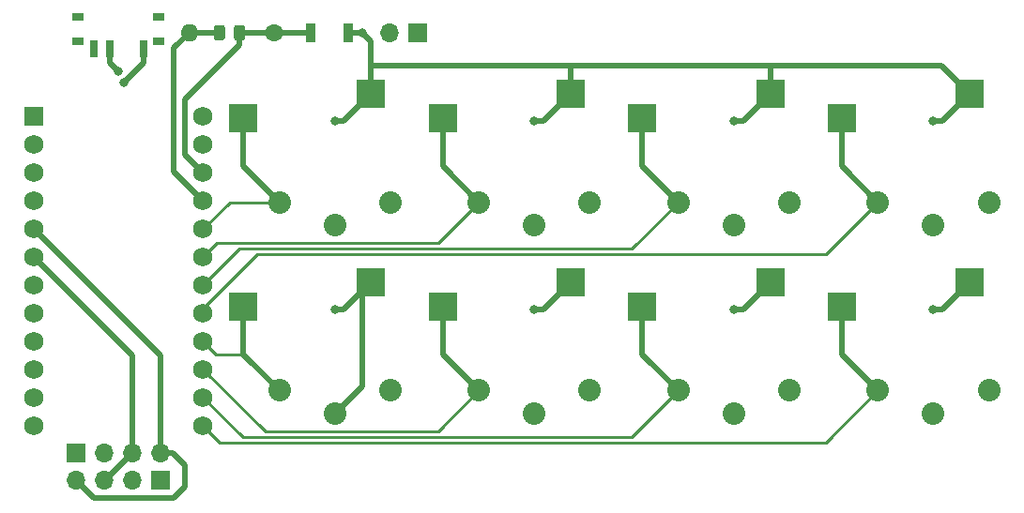
<source format=gbr>
%TF.GenerationSoftware,KiCad,Pcbnew,5.1.8*%
%TF.CreationDate,2021-02-04T11:55:25-06:00*%
%TF.ProjectId,small-paintbrush-hotswap,736d616c-6c2d-4706-9169-6e7462727573,rev?*%
%TF.SameCoordinates,Original*%
%TF.FileFunction,Copper,L1,Top*%
%TF.FilePolarity,Positive*%
%FSLAX46Y46*%
G04 Gerber Fmt 4.6, Leading zero omitted, Abs format (unit mm)*
G04 Created by KiCad (PCBNEW 5.1.8) date 2021-02-04 11:55:25*
%MOMM*%
%LPD*%
G01*
G04 APERTURE LIST*
%TA.AperFunction,SMDPad,CuDef*%
%ADD10R,2.600000X2.600000*%
%TD*%
%TA.AperFunction,ComponentPad*%
%ADD11C,2.032000*%
%TD*%
%TA.AperFunction,ComponentPad*%
%ADD12C,1.752600*%
%TD*%
%TA.AperFunction,ComponentPad*%
%ADD13R,1.752600X1.752600*%
%TD*%
%TA.AperFunction,ComponentPad*%
%ADD14O,1.700000X1.700000*%
%TD*%
%TA.AperFunction,ComponentPad*%
%ADD15R,1.700000X1.700000*%
%TD*%
%TA.AperFunction,ComponentPad*%
%ADD16O,1.600000X1.600000*%
%TD*%
%TA.AperFunction,ComponentPad*%
%ADD17C,1.600000*%
%TD*%
%TA.AperFunction,SMDPad,CuDef*%
%ADD18R,0.900000X1.700000*%
%TD*%
%TA.AperFunction,SMDPad,CuDef*%
%ADD19R,1.000000X0.800000*%
%TD*%
%TA.AperFunction,SMDPad,CuDef*%
%ADD20R,0.700000X1.500000*%
%TD*%
%TA.AperFunction,ViaPad*%
%ADD21C,0.800000*%
%TD*%
%TA.AperFunction,Conductor*%
%ADD22C,0.508000*%
%TD*%
%TA.AperFunction,Conductor*%
%ADD23C,0.254000*%
%TD*%
G04 APERTURE END LIST*
D10*
%TO.P,KEY3,1*%
%TO.N,GND*%
X136275000Y-29050000D03*
D11*
%TO.P,KEY3,2*%
%TO.N,R1C3*%
X138000000Y-38800000D03*
%TO.P,KEY3,1*%
%TO.N,GND*%
X133000000Y-40900000D03*
D10*
%TO.P,KEY3,2*%
%TO.N,R1C3*%
X124725000Y-31250000D03*
D11*
X128000000Y-38800000D03*
%TD*%
D10*
%TO.P,KEY8,1*%
%TO.N,GND*%
X154275000Y-46050000D03*
D11*
%TO.P,KEY8,2*%
%TO.N,R2C4*%
X156000000Y-55800000D03*
%TO.P,KEY8,1*%
%TO.N,GND*%
X151000000Y-57900000D03*
D10*
%TO.P,KEY8,2*%
%TO.N,R2C4*%
X142725000Y-48250000D03*
D11*
X146000000Y-55800000D03*
%TD*%
D10*
%TO.P,KEY7,1*%
%TO.N,GND*%
X136275000Y-46050000D03*
D11*
%TO.P,KEY7,2*%
%TO.N,R2C3*%
X138000000Y-55800000D03*
%TO.P,KEY7,1*%
%TO.N,GND*%
X133000000Y-57900000D03*
D10*
%TO.P,KEY7,2*%
%TO.N,R2C3*%
X124725000Y-48250000D03*
D11*
X128000000Y-55800000D03*
%TD*%
D10*
%TO.P,KEY6,1*%
%TO.N,GND*%
X118275000Y-46050000D03*
D11*
%TO.P,KEY6,2*%
%TO.N,R2C2*%
X120000000Y-55800000D03*
%TO.P,KEY6,1*%
%TO.N,GND*%
X115000000Y-57900000D03*
D10*
%TO.P,KEY6,2*%
%TO.N,R2C2*%
X106725000Y-48250000D03*
D11*
X110000000Y-55800000D03*
%TD*%
D10*
%TO.P,KEY5,1*%
%TO.N,GND*%
X100275000Y-46050000D03*
D11*
%TO.P,KEY5,2*%
%TO.N,R2C1*%
X102000000Y-55800000D03*
%TO.P,KEY5,1*%
%TO.N,GND*%
X97000000Y-57900000D03*
D10*
%TO.P,KEY5,2*%
%TO.N,R2C1*%
X88725000Y-48250000D03*
D11*
X92000000Y-55800000D03*
%TD*%
D10*
%TO.P,KEY4,1*%
%TO.N,GND*%
X154275000Y-29050000D03*
D11*
%TO.P,KEY4,2*%
%TO.N,R1C4*%
X156000000Y-38800000D03*
%TO.P,KEY4,1*%
%TO.N,GND*%
X151000000Y-40900000D03*
D10*
%TO.P,KEY4,2*%
%TO.N,R1C4*%
X142725000Y-31250000D03*
D11*
X146000000Y-38800000D03*
%TD*%
D10*
%TO.P,KEY2,1*%
%TO.N,GND*%
X118275000Y-29050000D03*
D11*
%TO.P,KEY2,2*%
%TO.N,R1C2*%
X120000000Y-38800000D03*
%TO.P,KEY2,1*%
%TO.N,GND*%
X115000000Y-40900000D03*
D10*
%TO.P,KEY2,2*%
%TO.N,R1C2*%
X106725000Y-31250000D03*
D11*
X110000000Y-38800000D03*
%TD*%
D10*
%TO.P,KEY1,1*%
%TO.N,GND*%
X100275000Y-29050000D03*
D11*
%TO.P,KEY1,2*%
%TO.N,R1C1*%
X102000000Y-38800000D03*
%TO.P,KEY1,1*%
%TO.N,GND*%
X97000000Y-40900000D03*
D10*
%TO.P,KEY1,2*%
%TO.N,R1C1*%
X88725000Y-31250000D03*
D11*
X92000000Y-38800000D03*
%TD*%
D12*
%TO.P,U1,24*%
%TO.N,Net-(U1-Pad24)*%
X85120000Y-31030000D03*
%TO.P,U1,12*%
%TO.N,Net-(U1-Pad12)*%
X69880000Y-58970000D03*
%TO.P,U1,23*%
%TO.N,GND*%
X85120000Y-33570000D03*
%TO.P,U1,22*%
%TO.N,Net-(PUSH1-Pad1)*%
X85120000Y-36110000D03*
%TO.P,U1,21*%
%TO.N,VCC*%
X85120000Y-38650000D03*
%TO.P,U1,20*%
%TO.N,R1C1*%
X85120000Y-41190000D03*
%TO.P,U1,19*%
%TO.N,R1C2*%
X85120000Y-43730000D03*
%TO.P,U1,18*%
%TO.N,R1C3*%
X85120000Y-46270000D03*
%TO.P,U1,17*%
%TO.N,R1C4*%
X85120000Y-48810000D03*
%TO.P,U1,16*%
%TO.N,R2C1*%
X85120000Y-51350000D03*
%TO.P,U1,15*%
%TO.N,R2C2*%
X85120000Y-53890000D03*
%TO.P,U1,14*%
%TO.N,R2C3*%
X85120000Y-56430000D03*
%TO.P,U1,13*%
%TO.N,R2C4*%
X85120000Y-58970000D03*
%TO.P,U1,11*%
%TO.N,Net-(U1-Pad11)*%
X69880000Y-56430000D03*
%TO.P,U1,10*%
%TO.N,Net-(U1-Pad10)*%
X69880000Y-53890000D03*
%TO.P,U1,9*%
%TO.N,Net-(U1-Pad9)*%
X69880000Y-51350000D03*
%TO.P,U1,8*%
%TO.N,Net-(U1-Pad8)*%
X69880000Y-48810000D03*
%TO.P,U1,7*%
%TO.N,Net-(U1-Pad7)*%
X69880000Y-46270000D03*
%TO.P,U1,6*%
%TO.N,SCL*%
X69880000Y-43730000D03*
%TO.P,U1,5*%
%TO.N,SDA*%
X69880000Y-41190000D03*
%TO.P,U1,4*%
%TO.N,GND*%
X69880000Y-38650000D03*
%TO.P,U1,3*%
X69880000Y-36110000D03*
%TO.P,U1,2*%
%TO.N,Net-(U1-Pad2)*%
X69880000Y-33570000D03*
D13*
%TO.P,U1,1*%
%TO.N,Net-(U1-Pad1)*%
X69880000Y-31030000D03*
%TD*%
D14*
%TO.P,J3,4*%
%TO.N,SDA*%
X81320000Y-61400000D03*
%TO.P,J3,3*%
%TO.N,SCL*%
X78780000Y-61400000D03*
%TO.P,J3,2*%
%TO.N,VCC*%
X76240000Y-61400000D03*
D15*
%TO.P,J3,1*%
%TO.N,GND*%
X73700000Y-61400000D03*
%TD*%
D14*
%TO.P,J2,4*%
%TO.N,SDA*%
X73680000Y-63900000D03*
%TO.P,J2,3*%
%TO.N,SCL*%
X76220000Y-63900000D03*
%TO.P,J2,2*%
%TO.N,VCC*%
X78760000Y-63900000D03*
D15*
%TO.P,J2,1*%
%TO.N,GND*%
X81300000Y-63900000D03*
%TD*%
D16*
%TO.P,R2,2*%
%TO.N,VCC*%
X83880000Y-23500000D03*
D17*
%TO.P,R2,1*%
%TO.N,Net-(PUSH1-Pad1)*%
X91500000Y-23500000D03*
%TD*%
D18*
%TO.P,PUSH2,2*%
%TO.N,GND*%
X98200000Y-23500000D03*
%TO.P,PUSH2,1*%
%TO.N,Net-(PUSH1-Pad1)*%
X94800000Y-23500000D03*
%TD*%
D19*
%TO.P,SW2,*%
%TO.N,*%
X81150000Y-24280000D03*
X73850000Y-24280000D03*
X73850000Y-22070000D03*
X81150000Y-22070000D03*
D20*
%TO.P,SW2,3*%
%TO.N,Net-(SW2-Pad3)*%
X75250000Y-24930000D03*
%TO.P,SW2,2*%
%TO.N,Net-(J1-Pad2)*%
X76750000Y-24930000D03*
%TO.P,SW2,1*%
%TO.N,Net-(J1-Pad1)*%
X79750000Y-24930000D03*
%TD*%
D14*
%TO.P,J1,2*%
%TO.N,Net-(J1-Pad2)*%
X101960000Y-23500000D03*
D15*
%TO.P,J1,1*%
%TO.N,Net-(J1-Pad1)*%
X104500000Y-23500000D03*
%TD*%
%TO.P,R1,2*%
%TO.N,VCC*%
%TA.AperFunction,SMDPad,CuDef*%
G36*
G01*
X87100000Y-23049998D02*
X87100000Y-23950002D01*
G75*
G02*
X86850002Y-24200000I-249998J0D01*
G01*
X86324998Y-24200000D01*
G75*
G02*
X86075000Y-23950002I0J249998D01*
G01*
X86075000Y-23049998D01*
G75*
G02*
X86324998Y-22800000I249998J0D01*
G01*
X86850002Y-22800000D01*
G75*
G02*
X87100000Y-23049998I0J-249998D01*
G01*
G37*
%TD.AperFunction*%
%TO.P,R1,1*%
%TO.N,Net-(PUSH1-Pad1)*%
%TA.AperFunction,SMDPad,CuDef*%
G36*
G01*
X88925000Y-23049998D02*
X88925000Y-23950002D01*
G75*
G02*
X88675002Y-24200000I-249998J0D01*
G01*
X88149998Y-24200000D01*
G75*
G02*
X87900000Y-23950002I0J249998D01*
G01*
X87900000Y-23049998D01*
G75*
G02*
X88149998Y-22800000I249998J0D01*
G01*
X88675002Y-22800000D01*
G75*
G02*
X88925000Y-23049998I0J-249998D01*
G01*
G37*
%TD.AperFunction*%
%TD*%
D21*
%TO.N,GND*%
X151000000Y-31500000D03*
X133000000Y-31500000D03*
X115000000Y-31500000D03*
X97000000Y-31500000D03*
X97000000Y-48500000D03*
X115000000Y-48500000D03*
X133000000Y-48500000D03*
X151000000Y-48500000D03*
X99500000Y-23500000D03*
%TO.N,Net-(J1-Pad2)*%
X77500006Y-27000006D03*
%TO.N,Net-(J1-Pad1)*%
X78000000Y-28000000D03*
%TD*%
D22*
%TO.N,GND*%
X151000000Y-31500000D02*
X151825000Y-31500000D01*
X151825000Y-31500000D02*
X154275000Y-29050000D01*
X133000000Y-31500000D02*
X133825000Y-31500000D01*
X133825000Y-31500000D02*
X136275000Y-29050000D01*
X115000000Y-31500000D02*
X115825000Y-31500000D01*
X115825000Y-31500000D02*
X118275000Y-29050000D01*
X97000000Y-31500000D02*
X97825000Y-31500000D01*
X97825000Y-31500000D02*
X100275000Y-29050000D01*
X97000000Y-48500000D02*
X97825000Y-48500000D01*
X97825000Y-48500000D02*
X100275000Y-46050000D01*
X115000000Y-48500000D02*
X115825000Y-48500000D01*
X115825000Y-48500000D02*
X118275000Y-46050000D01*
X133000000Y-48500000D02*
X133825000Y-48500000D01*
X133825000Y-48500000D02*
X136275000Y-46050000D01*
X99500000Y-46825000D02*
X100275000Y-46050000D01*
X99500000Y-55400000D02*
X99500000Y-46825000D01*
X97000000Y-57900000D02*
X99500000Y-55400000D01*
X151825000Y-48500000D02*
X154275000Y-46050000D01*
X151000000Y-48500000D02*
X151825000Y-48500000D01*
X99500000Y-23500000D02*
X98200000Y-23500000D01*
X100275000Y-24275000D02*
X100275000Y-29050000D01*
X99500000Y-23500000D02*
X100275000Y-24275000D01*
X118275000Y-26500000D02*
X118275000Y-29050000D01*
X100275000Y-26500000D02*
X118275000Y-26500000D01*
X100275000Y-29050000D02*
X100275000Y-26500000D01*
X136275000Y-26500000D02*
X136275000Y-29050000D01*
X118275000Y-26500000D02*
X136275000Y-26500000D01*
X151725000Y-26500000D02*
X154275000Y-29050000D01*
X136275000Y-26500000D02*
X151725000Y-26500000D01*
%TO.N,R1C1*%
X88725000Y-35525000D02*
X92000000Y-38800000D01*
X88725000Y-31250000D02*
X88725000Y-35525000D01*
D23*
X87510000Y-38800000D02*
X85120000Y-41190000D01*
X92000000Y-38800000D02*
X87510000Y-38800000D01*
D22*
%TO.N,R1C2*%
X106725000Y-35525000D02*
X110000000Y-38800000D01*
X106725000Y-31250000D02*
X106725000Y-35525000D01*
D23*
X110000000Y-38800000D02*
X106300000Y-42500000D01*
X86350000Y-42500000D02*
X85120000Y-43730000D01*
X106300000Y-42500000D02*
X86350000Y-42500000D01*
D22*
%TO.N,R1C3*%
X124725000Y-35525000D02*
X128000000Y-38800000D01*
X124725000Y-31250000D02*
X124725000Y-35525000D01*
D23*
X128000000Y-38800000D02*
X123800000Y-43000000D01*
X88390000Y-43000000D02*
X85120000Y-46270000D01*
X123800000Y-43000000D02*
X88390000Y-43000000D01*
D22*
%TO.N,R1C4*%
X142725000Y-35525000D02*
X146000000Y-38800000D01*
X142725000Y-31250000D02*
X142725000Y-35525000D01*
D23*
X85120000Y-48380000D02*
X85120000Y-48810000D01*
X90000000Y-43500000D02*
X85120000Y-48380000D01*
X141300000Y-43500000D02*
X90000000Y-43500000D01*
X146000000Y-38800000D02*
X141300000Y-43500000D01*
D22*
%TO.N,R2C1*%
X88725000Y-52525000D02*
X92000000Y-55800000D01*
X88725000Y-48250000D02*
X88725000Y-52525000D01*
D23*
X86295000Y-52525000D02*
X85120000Y-51350000D01*
X88725000Y-52525000D02*
X86295000Y-52525000D01*
D22*
%TO.N,R2C2*%
X106725000Y-52525000D02*
X110000000Y-55800000D01*
X106725000Y-48250000D02*
X106725000Y-52525000D01*
D23*
X85120000Y-53890000D02*
X90730000Y-59500000D01*
X106300000Y-59500000D02*
X110000000Y-55800000D01*
X90730000Y-59500000D02*
X106300000Y-59500000D01*
D22*
%TO.N,R2C3*%
X124725000Y-52525000D02*
X128000000Y-55800000D01*
X124725000Y-48250000D02*
X124725000Y-52525000D01*
D23*
X85120000Y-56430000D02*
X88690000Y-60000000D01*
X123800000Y-60000000D02*
X128000000Y-55800000D01*
X88690000Y-60000000D02*
X123800000Y-60000000D01*
D22*
%TO.N,R2C4*%
X142725000Y-52525000D02*
X146000000Y-55800000D01*
X142725000Y-48250000D02*
X142725000Y-52525000D01*
D23*
X85120000Y-58970000D02*
X86650000Y-60500000D01*
X141300000Y-60500000D02*
X146000000Y-55800000D01*
X86650000Y-60500000D02*
X141300000Y-60500000D01*
D22*
%TO.N,Net-(PUSH1-Pad1)*%
X88412500Y-23500000D02*
X91500000Y-23500000D01*
X91500000Y-23500000D02*
X94800000Y-23500000D01*
X88412500Y-24587500D02*
X88412500Y-23500000D01*
X83500000Y-29500000D02*
X88412500Y-24587500D01*
X83500000Y-34490000D02*
X83500000Y-29500000D01*
X85120000Y-36110000D02*
X83500000Y-34490000D01*
%TO.N,VCC*%
X86587500Y-23500000D02*
X83880000Y-23500000D01*
X83880000Y-23500000D02*
X82500000Y-24880000D01*
X82500000Y-36030000D02*
X85120000Y-38650000D01*
X82500000Y-24880000D02*
X82500000Y-36030000D01*
%TO.N,Net-(J1-Pad2)*%
X76750000Y-24930000D02*
X76750000Y-26250000D01*
X76750000Y-26250000D02*
X77500006Y-27000006D01*
%TO.N,Net-(J1-Pad1)*%
X79750000Y-24930000D02*
X79750000Y-26250000D01*
X79750000Y-26250000D02*
X78000000Y-28000000D01*
%TO.N,SDA*%
X82400000Y-61400000D02*
X81320000Y-61400000D01*
X83500000Y-62500000D02*
X82400000Y-61400000D01*
X83500000Y-64500000D02*
X83500000Y-62500000D01*
X82500000Y-65500000D02*
X83500000Y-64500000D01*
X75280000Y-65500000D02*
X82500000Y-65500000D01*
X73680000Y-63900000D02*
X75280000Y-65500000D01*
X81320000Y-52630000D02*
X69880000Y-41190000D01*
X81320000Y-61400000D02*
X81320000Y-52630000D01*
%TO.N,SCL*%
X76280000Y-63900000D02*
X78780000Y-61400000D01*
X76220000Y-63900000D02*
X76280000Y-63900000D01*
X78780000Y-52630000D02*
X69880000Y-43730000D01*
X78780000Y-61400000D02*
X78780000Y-52630000D01*
%TD*%
M02*

</source>
